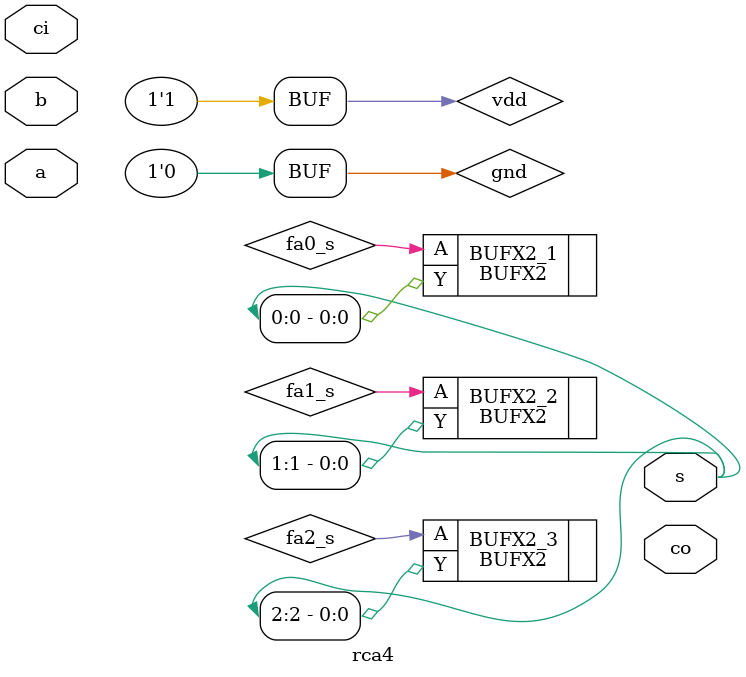
<source format=v>
module rca4 (a, b, ci, s, co);

input ci;
output co;
input [3:0] a;
input [3:0] b;
output [3:0] s;

wire vdd = 1'b1;
wire gnd = 1'b0;

BUFX2 BUFX2_1 ( .A(fa0_s), .Y(s[0]) );
BUFX2 BUFX2_2 ( .A(fa1_s), .Y(s[1]) );
BUFX2 BUFX2_3 ( .A(fa2_s), .Y(s[2]) );
BUFX2 BUFX2_4 ( .A(fa3_s), .Y(O_1) );
INVX1 INVX1_1 ( .A(O_1), .Y(_4_) );
OR2X2 OR2X2_1 ( .A(_4_), .B(O_1), .Y(_5_) );
NAND2X1 NAND2X1_1 ( .A(_4_), .B(a[0]), .Y(_6_) );
NAND3X1 NAND3X1_1 ( .A(_4_), .B(_6_), .C(_5_), .Y(_7_) );
endmodule

</source>
